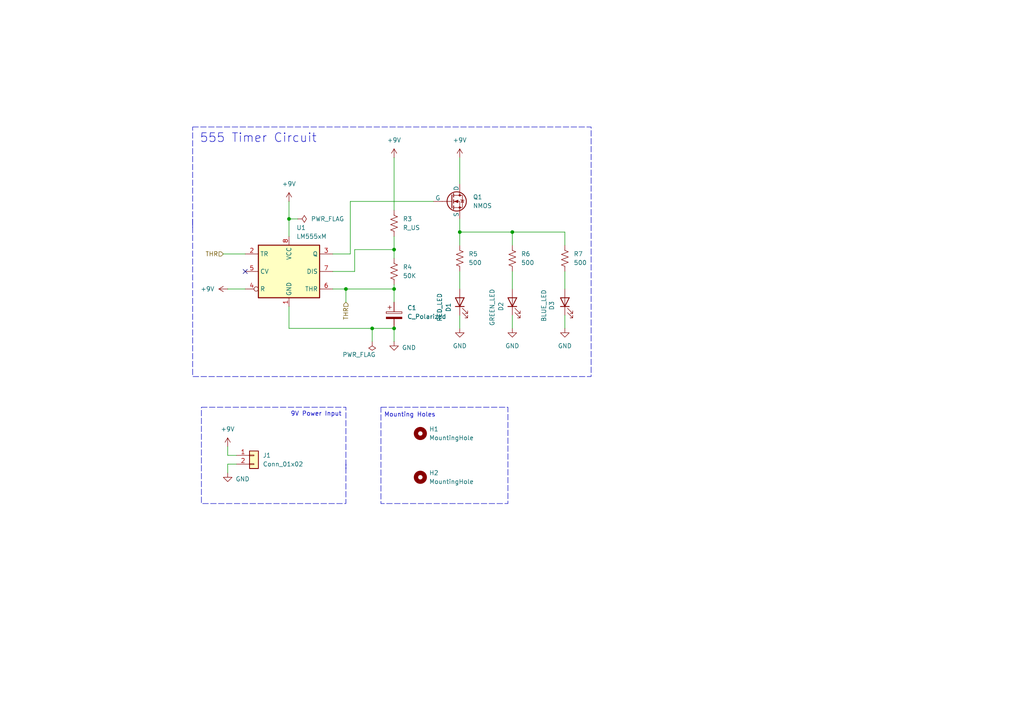
<source format=kicad_sch>
(kicad_sch
	(version 20250114)
	(generator "eeschema")
	(generator_version "9.0")
	(uuid "878f3a37-3417-488d-a883-f16e874cb573")
	(paper "A4")
	(lib_symbols
		(symbol "Connector_Generic:Conn_01x02"
			(pin_names
				(offset 1.016)
				(hide yes)
			)
			(exclude_from_sim no)
			(in_bom yes)
			(on_board yes)
			(property "Reference" "J"
				(at 0 2.54 0)
				(effects
					(font
						(size 1.27 1.27)
					)
				)
			)
			(property "Value" "Conn_01x02"
				(at 0 -5.08 0)
				(effects
					(font
						(size 1.27 1.27)
					)
				)
			)
			(property "Footprint" ""
				(at 0 0 0)
				(effects
					(font
						(size 1.27 1.27)
					)
					(hide yes)
				)
			)
			(property "Datasheet" "~"
				(at 0 0 0)
				(effects
					(font
						(size 1.27 1.27)
					)
					(hide yes)
				)
			)
			(property "Description" "Generic connector, single row, 01x02, script generated (kicad-library-utils/schlib/autogen/connector/)"
				(at 0 0 0)
				(effects
					(font
						(size 1.27 1.27)
					)
					(hide yes)
				)
			)
			(property "ki_keywords" "connector"
				(at 0 0 0)
				(effects
					(font
						(size 1.27 1.27)
					)
					(hide yes)
				)
			)
			(property "ki_fp_filters" "Connector*:*_1x??_*"
				(at 0 0 0)
				(effects
					(font
						(size 1.27 1.27)
					)
					(hide yes)
				)
			)
			(symbol "Conn_01x02_1_1"
				(rectangle
					(start -1.27 1.27)
					(end 1.27 -3.81)
					(stroke
						(width 0.254)
						(type default)
					)
					(fill
						(type background)
					)
				)
				(rectangle
					(start -1.27 0.127)
					(end 0 -0.127)
					(stroke
						(width 0.1524)
						(type default)
					)
					(fill
						(type none)
					)
				)
				(rectangle
					(start -1.27 -2.413)
					(end 0 -2.667)
					(stroke
						(width 0.1524)
						(type default)
					)
					(fill
						(type none)
					)
				)
				(pin passive line
					(at -5.08 0 0)
					(length 3.81)
					(name "Pin_1"
						(effects
							(font
								(size 1.27 1.27)
							)
						)
					)
					(number "1"
						(effects
							(font
								(size 1.27 1.27)
							)
						)
					)
				)
				(pin passive line
					(at -5.08 -2.54 0)
					(length 3.81)
					(name "Pin_2"
						(effects
							(font
								(size 1.27 1.27)
							)
						)
					)
					(number "2"
						(effects
							(font
								(size 1.27 1.27)
							)
						)
					)
				)
			)
			(embedded_fonts no)
		)
		(symbol "Device:C_Polarized"
			(pin_numbers
				(hide yes)
			)
			(pin_names
				(offset 0.254)
			)
			(exclude_from_sim no)
			(in_bom yes)
			(on_board yes)
			(property "Reference" "C"
				(at 0.635 2.54 0)
				(effects
					(font
						(size 1.27 1.27)
					)
					(justify left)
				)
			)
			(property "Value" "C_Polarized"
				(at 0.635 -2.54 0)
				(effects
					(font
						(size 1.27 1.27)
					)
					(justify left)
				)
			)
			(property "Footprint" ""
				(at 0.9652 -3.81 0)
				(effects
					(font
						(size 1.27 1.27)
					)
					(hide yes)
				)
			)
			(property "Datasheet" "~"
				(at 0 0 0)
				(effects
					(font
						(size 1.27 1.27)
					)
					(hide yes)
				)
			)
			(property "Description" "Polarized capacitor"
				(at 0 0 0)
				(effects
					(font
						(size 1.27 1.27)
					)
					(hide yes)
				)
			)
			(property "ki_keywords" "cap capacitor"
				(at 0 0 0)
				(effects
					(font
						(size 1.27 1.27)
					)
					(hide yes)
				)
			)
			(property "ki_fp_filters" "CP_*"
				(at 0 0 0)
				(effects
					(font
						(size 1.27 1.27)
					)
					(hide yes)
				)
			)
			(symbol "C_Polarized_0_1"
				(rectangle
					(start -2.286 0.508)
					(end 2.286 1.016)
					(stroke
						(width 0)
						(type default)
					)
					(fill
						(type none)
					)
				)
				(polyline
					(pts
						(xy -1.778 2.286) (xy -0.762 2.286)
					)
					(stroke
						(width 0)
						(type default)
					)
					(fill
						(type none)
					)
				)
				(polyline
					(pts
						(xy -1.27 2.794) (xy -1.27 1.778)
					)
					(stroke
						(width 0)
						(type default)
					)
					(fill
						(type none)
					)
				)
				(rectangle
					(start 2.286 -0.508)
					(end -2.286 -1.016)
					(stroke
						(width 0)
						(type default)
					)
					(fill
						(type outline)
					)
				)
			)
			(symbol "C_Polarized_1_1"
				(pin passive line
					(at 0 3.81 270)
					(length 2.794)
					(name "~"
						(effects
							(font
								(size 1.27 1.27)
							)
						)
					)
					(number "1"
						(effects
							(font
								(size 1.27 1.27)
							)
						)
					)
				)
				(pin passive line
					(at 0 -3.81 90)
					(length 2.794)
					(name "~"
						(effects
							(font
								(size 1.27 1.27)
							)
						)
					)
					(number "2"
						(effects
							(font
								(size 1.27 1.27)
							)
						)
					)
				)
			)
			(embedded_fonts no)
		)
		(symbol "Device:LED"
			(pin_numbers
				(hide yes)
			)
			(pin_names
				(offset 1.016)
				(hide yes)
			)
			(exclude_from_sim no)
			(in_bom yes)
			(on_board yes)
			(property "Reference" "D"
				(at 0 2.54 0)
				(effects
					(font
						(size 1.27 1.27)
					)
				)
			)
			(property "Value" "LED"
				(at 0 -2.54 0)
				(effects
					(font
						(size 1.27 1.27)
					)
				)
			)
			(property "Footprint" ""
				(at 0 0 0)
				(effects
					(font
						(size 1.27 1.27)
					)
					(hide yes)
				)
			)
			(property "Datasheet" "~"
				(at 0 0 0)
				(effects
					(font
						(size 1.27 1.27)
					)
					(hide yes)
				)
			)
			(property "Description" "Light emitting diode"
				(at 0 0 0)
				(effects
					(font
						(size 1.27 1.27)
					)
					(hide yes)
				)
			)
			(property "Sim.Pins" "1=K 2=A"
				(at 0 0 0)
				(effects
					(font
						(size 1.27 1.27)
					)
					(hide yes)
				)
			)
			(property "ki_keywords" "LED diode"
				(at 0 0 0)
				(effects
					(font
						(size 1.27 1.27)
					)
					(hide yes)
				)
			)
			(property "ki_fp_filters" "LED* LED_SMD:* LED_THT:*"
				(at 0 0 0)
				(effects
					(font
						(size 1.27 1.27)
					)
					(hide yes)
				)
			)
			(symbol "LED_0_1"
				(polyline
					(pts
						(xy -3.048 -0.762) (xy -4.572 -2.286) (xy -3.81 -2.286) (xy -4.572 -2.286) (xy -4.572 -1.524)
					)
					(stroke
						(width 0)
						(type default)
					)
					(fill
						(type none)
					)
				)
				(polyline
					(pts
						(xy -1.778 -0.762) (xy -3.302 -2.286) (xy -2.54 -2.286) (xy -3.302 -2.286) (xy -3.302 -1.524)
					)
					(stroke
						(width 0)
						(type default)
					)
					(fill
						(type none)
					)
				)
				(polyline
					(pts
						(xy -1.27 0) (xy 1.27 0)
					)
					(stroke
						(width 0)
						(type default)
					)
					(fill
						(type none)
					)
				)
				(polyline
					(pts
						(xy -1.27 -1.27) (xy -1.27 1.27)
					)
					(stroke
						(width 0.254)
						(type default)
					)
					(fill
						(type none)
					)
				)
				(polyline
					(pts
						(xy 1.27 -1.27) (xy 1.27 1.27) (xy -1.27 0) (xy 1.27 -1.27)
					)
					(stroke
						(width 0.254)
						(type default)
					)
					(fill
						(type none)
					)
				)
			)
			(symbol "LED_1_1"
				(pin passive line
					(at -3.81 0 0)
					(length 2.54)
					(name "K"
						(effects
							(font
								(size 1.27 1.27)
							)
						)
					)
					(number "1"
						(effects
							(font
								(size 1.27 1.27)
							)
						)
					)
				)
				(pin passive line
					(at 3.81 0 180)
					(length 2.54)
					(name "A"
						(effects
							(font
								(size 1.27 1.27)
							)
						)
					)
					(number "2"
						(effects
							(font
								(size 1.27 1.27)
							)
						)
					)
				)
			)
			(embedded_fonts no)
		)
		(symbol "Device:R_US"
			(pin_numbers
				(hide yes)
			)
			(pin_names
				(offset 0)
			)
			(exclude_from_sim no)
			(in_bom yes)
			(on_board yes)
			(property "Reference" "R"
				(at 2.54 0 90)
				(effects
					(font
						(size 1.27 1.27)
					)
				)
			)
			(property "Value" "R_US"
				(at -2.54 0 90)
				(effects
					(font
						(size 1.27 1.27)
					)
				)
			)
			(property "Footprint" ""
				(at 1.016 -0.254 90)
				(effects
					(font
						(size 1.27 1.27)
					)
					(hide yes)
				)
			)
			(property "Datasheet" "~"
				(at 0 0 0)
				(effects
					(font
						(size 1.27 1.27)
					)
					(hide yes)
				)
			)
			(property "Description" "Resistor, US symbol"
				(at 0 0 0)
				(effects
					(font
						(size 1.27 1.27)
					)
					(hide yes)
				)
			)
			(property "ki_keywords" "R res resistor"
				(at 0 0 0)
				(effects
					(font
						(size 1.27 1.27)
					)
					(hide yes)
				)
			)
			(property "ki_fp_filters" "R_*"
				(at 0 0 0)
				(effects
					(font
						(size 1.27 1.27)
					)
					(hide yes)
				)
			)
			(symbol "R_US_0_1"
				(polyline
					(pts
						(xy 0 2.286) (xy 0 2.54)
					)
					(stroke
						(width 0)
						(type default)
					)
					(fill
						(type none)
					)
				)
				(polyline
					(pts
						(xy 0 2.286) (xy 1.016 1.905) (xy 0 1.524) (xy -1.016 1.143) (xy 0 0.762)
					)
					(stroke
						(width 0)
						(type default)
					)
					(fill
						(type none)
					)
				)
				(polyline
					(pts
						(xy 0 0.762) (xy 1.016 0.381) (xy 0 0) (xy -1.016 -0.381) (xy 0 -0.762)
					)
					(stroke
						(width 0)
						(type default)
					)
					(fill
						(type none)
					)
				)
				(polyline
					(pts
						(xy 0 -0.762) (xy 1.016 -1.143) (xy 0 -1.524) (xy -1.016 -1.905) (xy 0 -2.286)
					)
					(stroke
						(width 0)
						(type default)
					)
					(fill
						(type none)
					)
				)
				(polyline
					(pts
						(xy 0 -2.286) (xy 0 -2.54)
					)
					(stroke
						(width 0)
						(type default)
					)
					(fill
						(type none)
					)
				)
			)
			(symbol "R_US_1_1"
				(pin passive line
					(at 0 3.81 270)
					(length 1.27)
					(name "~"
						(effects
							(font
								(size 1.27 1.27)
							)
						)
					)
					(number "1"
						(effects
							(font
								(size 1.27 1.27)
							)
						)
					)
				)
				(pin passive line
					(at 0 -3.81 90)
					(length 1.27)
					(name "~"
						(effects
							(font
								(size 1.27 1.27)
							)
						)
					)
					(number "2"
						(effects
							(font
								(size 1.27 1.27)
							)
						)
					)
				)
			)
			(embedded_fonts no)
		)
		(symbol "Mechanical:MountingHole"
			(pin_names
				(offset 1.016)
			)
			(exclude_from_sim no)
			(in_bom no)
			(on_board yes)
			(property "Reference" "H"
				(at 0 5.08 0)
				(effects
					(font
						(size 1.27 1.27)
					)
				)
			)
			(property "Value" "MountingHole"
				(at 0 3.175 0)
				(effects
					(font
						(size 1.27 1.27)
					)
				)
			)
			(property "Footprint" ""
				(at 0 0 0)
				(effects
					(font
						(size 1.27 1.27)
					)
					(hide yes)
				)
			)
			(property "Datasheet" "~"
				(at 0 0 0)
				(effects
					(font
						(size 1.27 1.27)
					)
					(hide yes)
				)
			)
			(property "Description" "Mounting Hole without connection"
				(at 0 0 0)
				(effects
					(font
						(size 1.27 1.27)
					)
					(hide yes)
				)
			)
			(property "ki_keywords" "mounting hole"
				(at 0 0 0)
				(effects
					(font
						(size 1.27 1.27)
					)
					(hide yes)
				)
			)
			(property "ki_fp_filters" "MountingHole*"
				(at 0 0 0)
				(effects
					(font
						(size 1.27 1.27)
					)
					(hide yes)
				)
			)
			(symbol "MountingHole_0_1"
				(circle
					(center 0 0)
					(radius 1.27)
					(stroke
						(width 1.27)
						(type default)
					)
					(fill
						(type none)
					)
				)
			)
			(embedded_fonts no)
		)
		(symbol "Simulation_SPICE:NMOS"
			(pin_numbers
				(hide yes)
			)
			(pin_names
				(offset 0)
			)
			(exclude_from_sim no)
			(in_bom yes)
			(on_board yes)
			(property "Reference" "Q"
				(at 5.08 1.27 0)
				(effects
					(font
						(size 1.27 1.27)
					)
					(justify left)
				)
			)
			(property "Value" "NMOS"
				(at 5.08 -1.27 0)
				(effects
					(font
						(size 1.27 1.27)
					)
					(justify left)
				)
			)
			(property "Footprint" ""
				(at 5.08 2.54 0)
				(effects
					(font
						(size 1.27 1.27)
					)
					(hide yes)
				)
			)
			(property "Datasheet" "https://ngspice.sourceforge.io/docs/ngspice-html-manual/manual.xhtml#cha_MOSFETs"
				(at 0 -12.7 0)
				(effects
					(font
						(size 1.27 1.27)
					)
					(hide yes)
				)
			)
			(property "Description" "N-MOSFET transistor, drain/source/gate"
				(at 0 0 0)
				(effects
					(font
						(size 1.27 1.27)
					)
					(hide yes)
				)
			)
			(property "Sim.Device" "NMOS"
				(at 0 -17.145 0)
				(effects
					(font
						(size 1.27 1.27)
					)
					(hide yes)
				)
			)
			(property "Sim.Type" "VDMOS"
				(at 0 -19.05 0)
				(effects
					(font
						(size 1.27 1.27)
					)
					(hide yes)
				)
			)
			(property "Sim.Pins" "1=D 2=G 3=S"
				(at 0 -15.24 0)
				(effects
					(font
						(size 1.27 1.27)
					)
					(hide yes)
				)
			)
			(property "ki_keywords" "transistor NMOS N-MOS N-MOSFET simulation"
				(at 0 0 0)
				(effects
					(font
						(size 1.27 1.27)
					)
					(hide yes)
				)
			)
			(symbol "NMOS_0_1"
				(polyline
					(pts
						(xy 0.254 1.905) (xy 0.254 -1.905)
					)
					(stroke
						(width 0.254)
						(type default)
					)
					(fill
						(type none)
					)
				)
				(polyline
					(pts
						(xy 0.254 0) (xy -2.54 0)
					)
					(stroke
						(width 0)
						(type default)
					)
					(fill
						(type none)
					)
				)
				(polyline
					(pts
						(xy 0.762 2.286) (xy 0.762 1.27)
					)
					(stroke
						(width 0.254)
						(type default)
					)
					(fill
						(type none)
					)
				)
				(polyline
					(pts
						(xy 0.762 0.508) (xy 0.762 -0.508)
					)
					(stroke
						(width 0.254)
						(type default)
					)
					(fill
						(type none)
					)
				)
				(polyline
					(pts
						(xy 0.762 -1.27) (xy 0.762 -2.286)
					)
					(stroke
						(width 0.254)
						(type default)
					)
					(fill
						(type none)
					)
				)
				(polyline
					(pts
						(xy 0.762 -1.778) (xy 3.302 -1.778) (xy 3.302 1.778) (xy 0.762 1.778)
					)
					(stroke
						(width 0)
						(type default)
					)
					(fill
						(type none)
					)
				)
				(polyline
					(pts
						(xy 1.016 0) (xy 2.032 0.381) (xy 2.032 -0.381) (xy 1.016 0)
					)
					(stroke
						(width 0)
						(type default)
					)
					(fill
						(type outline)
					)
				)
				(circle
					(center 1.651 0)
					(radius 2.794)
					(stroke
						(width 0.254)
						(type default)
					)
					(fill
						(type none)
					)
				)
				(polyline
					(pts
						(xy 2.54 2.54) (xy 2.54 1.778)
					)
					(stroke
						(width 0)
						(type default)
					)
					(fill
						(type none)
					)
				)
				(circle
					(center 2.54 1.778)
					(radius 0.254)
					(stroke
						(width 0)
						(type default)
					)
					(fill
						(type outline)
					)
				)
				(circle
					(center 2.54 -1.778)
					(radius 0.254)
					(stroke
						(width 0)
						(type default)
					)
					(fill
						(type outline)
					)
				)
				(polyline
					(pts
						(xy 2.54 -2.54) (xy 2.54 0) (xy 0.762 0)
					)
					(stroke
						(width 0)
						(type default)
					)
					(fill
						(type none)
					)
				)
				(polyline
					(pts
						(xy 2.794 0.508) (xy 2.921 0.381) (xy 3.683 0.381) (xy 3.81 0.254)
					)
					(stroke
						(width 0)
						(type default)
					)
					(fill
						(type none)
					)
				)
				(polyline
					(pts
						(xy 3.302 0.381) (xy 2.921 -0.254) (xy 3.683 -0.254) (xy 3.302 0.381)
					)
					(stroke
						(width 0)
						(type default)
					)
					(fill
						(type none)
					)
				)
			)
			(symbol "NMOS_1_1"
				(pin input line
					(at -5.08 0 0)
					(length 2.54)
					(name "G"
						(effects
							(font
								(size 1.27 1.27)
							)
						)
					)
					(number "2"
						(effects
							(font
								(size 1.27 1.27)
							)
						)
					)
				)
				(pin passive line
					(at 2.54 5.08 270)
					(length 2.54)
					(name "D"
						(effects
							(font
								(size 1.27 1.27)
							)
						)
					)
					(number "1"
						(effects
							(font
								(size 1.27 1.27)
							)
						)
					)
				)
				(pin passive line
					(at 2.54 -5.08 90)
					(length 2.54)
					(name "S"
						(effects
							(font
								(size 1.27 1.27)
							)
						)
					)
					(number "3"
						(effects
							(font
								(size 1.27 1.27)
							)
						)
					)
				)
			)
			(embedded_fonts no)
		)
		(symbol "Timer:LM555xM"
			(exclude_from_sim no)
			(in_bom yes)
			(on_board yes)
			(property "Reference" "U"
				(at -10.16 8.89 0)
				(effects
					(font
						(size 1.27 1.27)
					)
					(justify left)
				)
			)
			(property "Value" "LM555xM"
				(at 2.54 8.89 0)
				(effects
					(font
						(size 1.27 1.27)
					)
					(justify left)
				)
			)
			(property "Footprint" "Package_SO:SOIC-8_3.9x4.9mm_P1.27mm"
				(at 21.59 -10.16 0)
				(effects
					(font
						(size 1.27 1.27)
					)
					(hide yes)
				)
			)
			(property "Datasheet" "http://www.ti.com/lit/ds/symlink/lm555.pdf"
				(at 21.59 -10.16 0)
				(effects
					(font
						(size 1.27 1.27)
					)
					(hide yes)
				)
			)
			(property "Description" "Timer, 555 compatible, SOIC-8"
				(at 0 0 0)
				(effects
					(font
						(size 1.27 1.27)
					)
					(hide yes)
				)
			)
			(property "ki_keywords" "single timer 555"
				(at 0 0 0)
				(effects
					(font
						(size 1.27 1.27)
					)
					(hide yes)
				)
			)
			(property "ki_fp_filters" "SOIC*3.9x4.9mm*P1.27mm*"
				(at 0 0 0)
				(effects
					(font
						(size 1.27 1.27)
					)
					(hide yes)
				)
			)
			(symbol "LM555xM_0_0"
				(pin power_in line
					(at 0 10.16 270)
					(length 2.54)
					(name "VCC"
						(effects
							(font
								(size 1.27 1.27)
							)
						)
					)
					(number "8"
						(effects
							(font
								(size 1.27 1.27)
							)
						)
					)
				)
				(pin power_in line
					(at 0 -10.16 90)
					(length 2.54)
					(name "GND"
						(effects
							(font
								(size 1.27 1.27)
							)
						)
					)
					(number "1"
						(effects
							(font
								(size 1.27 1.27)
							)
						)
					)
				)
			)
			(symbol "LM555xM_0_1"
				(rectangle
					(start -8.89 -7.62)
					(end 8.89 7.62)
					(stroke
						(width 0.254)
						(type default)
					)
					(fill
						(type background)
					)
				)
				(rectangle
					(start -8.89 -7.62)
					(end 8.89 7.62)
					(stroke
						(width 0.254)
						(type default)
					)
					(fill
						(type background)
					)
				)
			)
			(symbol "LM555xM_1_1"
				(pin input line
					(at -12.7 5.08 0)
					(length 3.81)
					(name "TR"
						(effects
							(font
								(size 1.27 1.27)
							)
						)
					)
					(number "2"
						(effects
							(font
								(size 1.27 1.27)
							)
						)
					)
				)
				(pin input line
					(at -12.7 0 0)
					(length 3.81)
					(name "CV"
						(effects
							(font
								(size 1.27 1.27)
							)
						)
					)
					(number "5"
						(effects
							(font
								(size 1.27 1.27)
							)
						)
					)
				)
				(pin input inverted
					(at -12.7 -5.08 0)
					(length 3.81)
					(name "R"
						(effects
							(font
								(size 1.27 1.27)
							)
						)
					)
					(number "4"
						(effects
							(font
								(size 1.27 1.27)
							)
						)
					)
				)
				(pin output line
					(at 12.7 5.08 180)
					(length 3.81)
					(name "Q"
						(effects
							(font
								(size 1.27 1.27)
							)
						)
					)
					(number "3"
						(effects
							(font
								(size 1.27 1.27)
							)
						)
					)
				)
				(pin input line
					(at 12.7 0 180)
					(length 3.81)
					(name "DIS"
						(effects
							(font
								(size 1.27 1.27)
							)
						)
					)
					(number "7"
						(effects
							(font
								(size 1.27 1.27)
							)
						)
					)
				)
				(pin input line
					(at 12.7 -5.08 180)
					(length 3.81)
					(name "THR"
						(effects
							(font
								(size 1.27 1.27)
							)
						)
					)
					(number "6"
						(effects
							(font
								(size 1.27 1.27)
							)
						)
					)
				)
			)
			(embedded_fonts no)
		)
		(symbol "power:+9V"
			(power)
			(pin_numbers
				(hide yes)
			)
			(pin_names
				(offset 0)
				(hide yes)
			)
			(exclude_from_sim no)
			(in_bom yes)
			(on_board yes)
			(property "Reference" "#PWR"
				(at 0 -3.81 0)
				(effects
					(font
						(size 1.27 1.27)
					)
					(hide yes)
				)
			)
			(property "Value" "+9V"
				(at 0 3.556 0)
				(effects
					(font
						(size 1.27 1.27)
					)
				)
			)
			(property "Footprint" ""
				(at 0 0 0)
				(effects
					(font
						(size 1.27 1.27)
					)
					(hide yes)
				)
			)
			(property "Datasheet" ""
				(at 0 0 0)
				(effects
					(font
						(size 1.27 1.27)
					)
					(hide yes)
				)
			)
			(property "Description" "Power symbol creates a global label with name \"+9V\""
				(at 0 0 0)
				(effects
					(font
						(size 1.27 1.27)
					)
					(hide yes)
				)
			)
			(property "ki_keywords" "global power"
				(at 0 0 0)
				(effects
					(font
						(size 1.27 1.27)
					)
					(hide yes)
				)
			)
			(symbol "+9V_0_1"
				(polyline
					(pts
						(xy -0.762 1.27) (xy 0 2.54)
					)
					(stroke
						(width 0)
						(type default)
					)
					(fill
						(type none)
					)
				)
				(polyline
					(pts
						(xy 0 2.54) (xy 0.762 1.27)
					)
					(stroke
						(width 0)
						(type default)
					)
					(fill
						(type none)
					)
				)
				(polyline
					(pts
						(xy 0 0) (xy 0 2.54)
					)
					(stroke
						(width 0)
						(type default)
					)
					(fill
						(type none)
					)
				)
			)
			(symbol "+9V_1_1"
				(pin power_in line
					(at 0 0 90)
					(length 0)
					(name "~"
						(effects
							(font
								(size 1.27 1.27)
							)
						)
					)
					(number "1"
						(effects
							(font
								(size 1.27 1.27)
							)
						)
					)
				)
			)
			(embedded_fonts no)
		)
		(symbol "power:GND"
			(power)
			(pin_numbers
				(hide yes)
			)
			(pin_names
				(offset 0)
				(hide yes)
			)
			(exclude_from_sim no)
			(in_bom yes)
			(on_board yes)
			(property "Reference" "#PWR"
				(at 0 -6.35 0)
				(effects
					(font
						(size 1.27 1.27)
					)
					(hide yes)
				)
			)
			(property "Value" "GND"
				(at 0 -3.81 0)
				(effects
					(font
						(size 1.27 1.27)
					)
				)
			)
			(property "Footprint" ""
				(at 0 0 0)
				(effects
					(font
						(size 1.27 1.27)
					)
					(hide yes)
				)
			)
			(property "Datasheet" ""
				(at 0 0 0)
				(effects
					(font
						(size 1.27 1.27)
					)
					(hide yes)
				)
			)
			(property "Description" "Power symbol creates a global label with name \"GND\" , ground"
				(at 0 0 0)
				(effects
					(font
						(size 1.27 1.27)
					)
					(hide yes)
				)
			)
			(property "ki_keywords" "global power"
				(at 0 0 0)
				(effects
					(font
						(size 1.27 1.27)
					)
					(hide yes)
				)
			)
			(symbol "GND_0_1"
				(polyline
					(pts
						(xy 0 0) (xy 0 -1.27) (xy 1.27 -1.27) (xy 0 -2.54) (xy -1.27 -1.27) (xy 0 -1.27)
					)
					(stroke
						(width 0)
						(type default)
					)
					(fill
						(type none)
					)
				)
			)
			(symbol "GND_1_1"
				(pin power_in line
					(at 0 0 270)
					(length 0)
					(name "~"
						(effects
							(font
								(size 1.27 1.27)
							)
						)
					)
					(number "1"
						(effects
							(font
								(size 1.27 1.27)
							)
						)
					)
				)
			)
			(embedded_fonts no)
		)
		(symbol "power:PWR_FLAG"
			(power)
			(pin_numbers
				(hide yes)
			)
			(pin_names
				(offset 0)
				(hide yes)
			)
			(exclude_from_sim no)
			(in_bom yes)
			(on_board yes)
			(property "Reference" "#FLG"
				(at 0 1.905 0)
				(effects
					(font
						(size 1.27 1.27)
					)
					(hide yes)
				)
			)
			(property "Value" "PWR_FLAG"
				(at 0 3.81 0)
				(effects
					(font
						(size 1.27 1.27)
					)
				)
			)
			(property "Footprint" ""
				(at 0 0 0)
				(effects
					(font
						(size 1.27 1.27)
					)
					(hide yes)
				)
			)
			(property "Datasheet" "~"
				(at 0 0 0)
				(effects
					(font
						(size 1.27 1.27)
					)
					(hide yes)
				)
			)
			(property "Description" "Special symbol for telling ERC where power comes from"
				(at 0 0 0)
				(effects
					(font
						(size 1.27 1.27)
					)
					(hide yes)
				)
			)
			(property "ki_keywords" "flag power"
				(at 0 0 0)
				(effects
					(font
						(size 1.27 1.27)
					)
					(hide yes)
				)
			)
			(symbol "PWR_FLAG_0_0"
				(pin power_out line
					(at 0 0 90)
					(length 0)
					(name "~"
						(effects
							(font
								(size 1.27 1.27)
							)
						)
					)
					(number "1"
						(effects
							(font
								(size 1.27 1.27)
							)
						)
					)
				)
			)
			(symbol "PWR_FLAG_0_1"
				(polyline
					(pts
						(xy 0 0) (xy 0 1.27) (xy -1.016 1.905) (xy 0 2.54) (xy 1.016 1.905) (xy 0 1.27)
					)
					(stroke
						(width 0)
						(type default)
					)
					(fill
						(type none)
					)
				)
			)
			(embedded_fonts no)
		)
	)
	(rectangle
		(start 55.88 63.5)
		(end 55.88 66.04)
		(stroke
			(width 0)
			(type default)
		)
		(fill
			(type none)
		)
		(uuid 0ab1e7f6-9dab-4dcc-829f-894bb44fca5a)
	)
	(rectangle
		(start 110.49 118.11)
		(end 147.32 146.05)
		(stroke
			(width 0)
			(type dash)
		)
		(fill
			(type none)
		)
		(uuid 27d3a0ec-44b0-451d-a2fa-614f14260c33)
	)
	(rectangle
		(start 55.88 36.83)
		(end 171.45 109.22)
		(stroke
			(width 0)
			(type dash)
		)
		(fill
			(type none)
		)
		(uuid 4f9b1e7f-dac9-4590-a368-a0b81ca49879)
	)
	(rectangle
		(start 100.33 135.89)
		(end 100.33 135.89)
		(stroke
			(width 0)
			(type default)
		)
		(fill
			(type none)
		)
		(uuid 66176d23-cc94-4f05-964c-bffe11cc7dc9)
	)
	(rectangle
		(start 58.42 118.11)
		(end 100.33 146.05)
		(stroke
			(width 0)
			(type dash)
		)
		(fill
			(type none)
		)
		(uuid ba6da0d4-003d-406d-b528-a828acb6bde2)
	)
	(rectangle
		(start 100.33 134.62)
		(end 100.33 135.89)
		(stroke
			(width 0)
			(type default)
		)
		(fill
			(type none)
		)
		(uuid ecd54534-21ee-4e8c-a3c1-7275eaa68e7d)
	)
	(text "9V Power Input\n"
		(exclude_from_sim no)
		(at 91.694 120.142 0)
		(effects
			(font
				(size 1.27 1.27)
			)
		)
		(uuid "36ca5ebc-18d1-4b47-89c9-f336aca400f0")
	)
	(text "555 Timer Circuit\n"
		(exclude_from_sim no)
		(at 74.93 40.132 0)
		(effects
			(font
				(size 2.54 2.54)
			)
		)
		(uuid "69bea3db-616d-4e8b-b6ea-207f1fb70206")
	)
	(text "Mounting Holes"
		(exclude_from_sim no)
		(at 118.872 120.396 0)
		(effects
			(font
				(size 1.27 1.27)
			)
		)
		(uuid "eec17d4a-56bb-45d0-a3e4-2a3c51f5447e")
	)
	(junction
		(at 114.3 83.82)
		(diameter 0)
		(color 0 0 0 0)
		(uuid "2e975a25-b93d-4fbc-8799-d683515f1843")
	)
	(junction
		(at 83.82 63.5)
		(diameter 0)
		(color 0 0 0 0)
		(uuid "3e9be3ee-478e-44eb-9a0a-3115dab0c446")
	)
	(junction
		(at 114.3 72.39)
		(diameter 0)
		(color 0 0 0 0)
		(uuid "5d2798df-be55-4f1f-8fba-daf017aa4485")
	)
	(junction
		(at 148.59 67.31)
		(diameter 0)
		(color 0 0 0 0)
		(uuid "8fa830f5-265f-4a17-9eb0-fb86f9535c1e")
	)
	(junction
		(at 114.3 95.25)
		(diameter 0)
		(color 0 0 0 0)
		(uuid "c214896b-9f98-46c4-aeff-9f90ee8bc71d")
	)
	(junction
		(at 107.95 95.25)
		(diameter 0)
		(color 0 0 0 0)
		(uuid "d2de6418-06d8-43b2-9269-f841204f4ab7")
	)
	(junction
		(at 133.35 67.31)
		(diameter 0)
		(color 0 0 0 0)
		(uuid "fb498939-fafb-4875-90cf-4e596518b289")
	)
	(junction
		(at 100.33 83.82)
		(diameter 0)
		(color 0 0 0 0)
		(uuid "fdb34c23-e519-49be-8e71-be0c2f636730")
	)
	(no_connect
		(at 71.12 78.74)
		(uuid "27b9915a-6d7a-4690-986e-d01e0961d65a")
	)
	(wire
		(pts
			(xy 114.3 68.58) (xy 114.3 72.39)
		)
		(stroke
			(width 0)
			(type default)
		)
		(uuid "0153718d-93c1-452b-b937-5adbcfa8448f")
	)
	(wire
		(pts
			(xy 114.3 72.39) (xy 114.3 74.93)
		)
		(stroke
			(width 0)
			(type default)
		)
		(uuid "0440edda-e1d8-4701-9e89-d0b199888691")
	)
	(wire
		(pts
			(xy 148.59 78.74) (xy 148.59 83.82)
		)
		(stroke
			(width 0)
			(type default)
		)
		(uuid "055e54ba-5664-47f5-b0fc-6183f3a9043d")
	)
	(wire
		(pts
			(xy 148.59 67.31) (xy 163.83 67.31)
		)
		(stroke
			(width 0)
			(type default)
		)
		(uuid "11e8fca9-74a7-448e-8588-e9d048e4ae0d")
	)
	(wire
		(pts
			(xy 102.87 72.39) (xy 114.3 72.39)
		)
		(stroke
			(width 0)
			(type default)
		)
		(uuid "13ed7c2c-25d0-40b7-9eb0-88c5bc7384d1")
	)
	(wire
		(pts
			(xy 148.59 91.44) (xy 148.59 95.25)
		)
		(stroke
			(width 0)
			(type default)
		)
		(uuid "1b9711e5-fed4-4db3-9ff0-140a03d9279a")
	)
	(wire
		(pts
			(xy 100.33 87.63) (xy 100.33 83.82)
		)
		(stroke
			(width 0)
			(type default)
		)
		(uuid "20ac3109-1f50-4cb8-b5dc-c4d8febd26bc")
	)
	(wire
		(pts
			(xy 133.35 67.31) (xy 148.59 67.31)
		)
		(stroke
			(width 0)
			(type default)
		)
		(uuid "2222b8fa-59f0-42d0-b15a-0421be7554c8")
	)
	(wire
		(pts
			(xy 86.36 63.5) (xy 83.82 63.5)
		)
		(stroke
			(width 0)
			(type default)
		)
		(uuid "2ca3047c-839d-471c-80f6-7a8c6968d529")
	)
	(wire
		(pts
			(xy 101.6 58.42) (xy 101.6 73.66)
		)
		(stroke
			(width 0)
			(type default)
		)
		(uuid "2e4661ef-ffd4-4ba9-b063-1f440ea89986")
	)
	(wire
		(pts
			(xy 83.82 88.9) (xy 83.82 95.25)
		)
		(stroke
			(width 0)
			(type default)
		)
		(uuid "3a1cf092-e9a1-4457-9e5c-739faa154033")
	)
	(wire
		(pts
			(xy 114.3 82.55) (xy 114.3 83.82)
		)
		(stroke
			(width 0)
			(type default)
		)
		(uuid "422bfc24-24d2-4e55-a59f-0df1485f8e73")
	)
	(wire
		(pts
			(xy 96.52 83.82) (xy 100.33 83.82)
		)
		(stroke
			(width 0)
			(type default)
		)
		(uuid "47328c74-2709-45f5-8d35-5724f069b5d8")
	)
	(wire
		(pts
			(xy 133.35 71.12) (xy 133.35 67.31)
		)
		(stroke
			(width 0)
			(type default)
		)
		(uuid "474bfba7-166a-4a6d-8290-f9413a017c1c")
	)
	(wire
		(pts
			(xy 66.04 134.62) (xy 68.58 134.62)
		)
		(stroke
			(width 0)
			(type default)
		)
		(uuid "4ac05a79-3598-4361-b753-af6d1281a8a9")
	)
	(wire
		(pts
			(xy 163.83 78.74) (xy 163.83 83.82)
		)
		(stroke
			(width 0)
			(type default)
		)
		(uuid "4c4e2ad7-6a36-4d49-b92b-805927dce501")
	)
	(wire
		(pts
			(xy 163.83 91.44) (xy 163.83 95.25)
		)
		(stroke
			(width 0)
			(type default)
		)
		(uuid "502df731-6a0d-4bfe-82b5-1d8145dcf9b9")
	)
	(wire
		(pts
			(xy 100.33 83.82) (xy 114.3 83.82)
		)
		(stroke
			(width 0)
			(type default)
		)
		(uuid "5356df9b-7421-43d7-ab64-65e4be755eb3")
	)
	(wire
		(pts
			(xy 102.87 78.74) (xy 102.87 72.39)
		)
		(stroke
			(width 0)
			(type default)
		)
		(uuid "54851820-6e02-4962-ae2e-c170255f6172")
	)
	(wire
		(pts
			(xy 107.95 95.25) (xy 114.3 95.25)
		)
		(stroke
			(width 0)
			(type default)
		)
		(uuid "57400fec-c5c8-4656-b776-51e10a063281")
	)
	(wire
		(pts
			(xy 64.77 73.66) (xy 71.12 73.66)
		)
		(stroke
			(width 0)
			(type default)
		)
		(uuid "59b28a67-362c-4b7f-ac65-e244ea67db95")
	)
	(wire
		(pts
			(xy 114.3 99.06) (xy 114.3 95.25)
		)
		(stroke
			(width 0)
			(type default)
		)
		(uuid "5dfeed74-709f-479f-bf93-5c240680d701")
	)
	(wire
		(pts
			(xy 83.82 95.25) (xy 107.95 95.25)
		)
		(stroke
			(width 0)
			(type default)
		)
		(uuid "7b9c3e03-9fa7-4dc9-9626-250941b3707c")
	)
	(wire
		(pts
			(xy 163.83 67.31) (xy 163.83 71.12)
		)
		(stroke
			(width 0)
			(type default)
		)
		(uuid "7d967ad5-7c5c-4949-b207-10df3baed577")
	)
	(wire
		(pts
			(xy 71.12 83.82) (xy 66.04 83.82)
		)
		(stroke
			(width 0)
			(type default)
		)
		(uuid "8a4c1df9-6261-425d-8e26-d7f873bd5e82")
	)
	(wire
		(pts
			(xy 68.58 132.08) (xy 66.04 132.08)
		)
		(stroke
			(width 0)
			(type default)
		)
		(uuid "8ce028e4-d5ca-46f4-9e70-1682ec866b0a")
	)
	(wire
		(pts
			(xy 133.35 67.31) (xy 133.35 63.5)
		)
		(stroke
			(width 0)
			(type default)
		)
		(uuid "8fc1253a-47c6-49e0-83ad-2173dd36841e")
	)
	(wire
		(pts
			(xy 133.35 45.72) (xy 133.35 53.34)
		)
		(stroke
			(width 0)
			(type default)
		)
		(uuid "92ca14b9-4b06-410b-a1d0-31b25e602869")
	)
	(wire
		(pts
			(xy 107.95 99.06) (xy 107.95 95.25)
		)
		(stroke
			(width 0)
			(type default)
		)
		(uuid "9883c7a8-ac52-48c3-99dc-95713e02422e")
	)
	(wire
		(pts
			(xy 96.52 78.74) (xy 102.87 78.74)
		)
		(stroke
			(width 0)
			(type default)
		)
		(uuid "a082c434-ebef-46c7-88d2-02dfdc8a5f5d")
	)
	(wire
		(pts
			(xy 101.6 73.66) (xy 96.52 73.66)
		)
		(stroke
			(width 0)
			(type default)
		)
		(uuid "a3bc0eb7-dd3d-47c4-8e9a-41aeb96fd72b")
	)
	(wire
		(pts
			(xy 133.35 91.44) (xy 133.35 95.25)
		)
		(stroke
			(width 0)
			(type default)
		)
		(uuid "ae9149cf-2f61-492f-a34b-fd7778553f66")
	)
	(wire
		(pts
			(xy 66.04 132.08) (xy 66.04 129.54)
		)
		(stroke
			(width 0)
			(type default)
		)
		(uuid "b18aa148-ac25-4dd9-8f90-fd563426b67e")
	)
	(wire
		(pts
			(xy 83.82 63.5) (xy 83.82 68.58)
		)
		(stroke
			(width 0)
			(type default)
		)
		(uuid "b4d4445d-9338-43eb-9440-2f3fdc42316c")
	)
	(wire
		(pts
			(xy 83.82 58.42) (xy 83.82 63.5)
		)
		(stroke
			(width 0)
			(type default)
		)
		(uuid "bcba1432-9cb1-408a-9205-eea266510502")
	)
	(wire
		(pts
			(xy 101.6 58.42) (xy 125.73 58.42)
		)
		(stroke
			(width 0)
			(type default)
		)
		(uuid "c3627a1f-d34e-4e87-bf2a-62daf47f8711")
	)
	(wire
		(pts
			(xy 133.35 78.74) (xy 133.35 83.82)
		)
		(stroke
			(width 0)
			(type default)
		)
		(uuid "c4c6fa89-f8d5-40df-bd6a-8edb335839c0")
	)
	(wire
		(pts
			(xy 114.3 87.63) (xy 114.3 83.82)
		)
		(stroke
			(width 0)
			(type default)
		)
		(uuid "c9db7753-1495-499b-8712-fa9cf3460467")
	)
	(wire
		(pts
			(xy 66.04 137.16) (xy 66.04 134.62)
		)
		(stroke
			(width 0)
			(type default)
		)
		(uuid "cb85f7cc-14ad-4bec-b039-261194fa4a62")
	)
	(wire
		(pts
			(xy 114.3 45.72) (xy 114.3 60.96)
		)
		(stroke
			(width 0)
			(type default)
		)
		(uuid "eba93bd0-4e3d-44b7-933f-0826aeea86d3")
	)
	(wire
		(pts
			(xy 148.59 67.31) (xy 148.59 71.12)
		)
		(stroke
			(width 0)
			(type default)
		)
		(uuid "f1fc8dd6-e17c-42fa-be65-9962a669785b")
	)
	(hierarchical_label "THR"
		(shape input)
		(at 64.77 73.66 180)
		(effects
			(font
				(size 1.27 1.27)
			)
			(justify right)
		)
		(uuid "03ee8930-1a2a-4fe5-a40c-1c7377b11899")
	)
	(hierarchical_label "THR"
		(shape input)
		(at 100.33 87.63 270)
		(effects
			(font
				(size 1.27 1.27)
			)
			(justify right)
		)
		(uuid "0b8c4811-a238-4724-9fe5-ffc79dfcf472")
	)
	(symbol
		(lib_id "Device:R_US")
		(at 114.3 64.77 0)
		(unit 1)
		(exclude_from_sim no)
		(in_bom yes)
		(on_board yes)
		(dnp no)
		(uuid "12c81e29-a702-4b2b-9012-950437fdd150")
		(property "Reference" "R3"
			(at 116.84 63.4999 0)
			(effects
				(font
					(size 1.27 1.27)
				)
				(justify left)
			)
		)
		(property "Value" "R_US"
			(at 116.84 66.0399 0)
			(effects
				(font
					(size 1.27 1.27)
				)
				(justify left)
			)
		)
		(property "Footprint" "Resistor_THT:R_Axial_DIN0309_L9.0mm_D3.2mm_P12.70mm_Horizontal"
			(at 115.316 65.024 90)
			(effects
				(font
					(size 1.27 1.27)
				)
				(hide yes)
			)
		)
		(property "Datasheet" "~"
			(at 114.3 64.77 0)
			(effects
				(font
					(size 1.27 1.27)
				)
				(hide yes)
			)
		)
		(property "Description" "Resistor, US symbol"
			(at 114.3 64.77 0)
			(effects
				(font
					(size 1.27 1.27)
				)
				(hide yes)
			)
		)
		(pin "1"
			(uuid "958fa7a1-c5d6-4c23-8c53-9b3e4f49c2fa")
		)
		(pin "2"
			(uuid "915ead0e-2bc1-410e-aada-eb92d490cf32")
		)
		(instances
			(project ""
				(path "/878f3a37-3417-488d-a883-f16e874cb573"
					(reference "R3")
					(unit 1)
				)
			)
		)
	)
	(symbol
		(lib_id "power:+9V")
		(at 66.04 129.54 0)
		(unit 1)
		(exclude_from_sim no)
		(in_bom yes)
		(on_board yes)
		(dnp no)
		(fields_autoplaced yes)
		(uuid "1cfbfc48-5639-4693-9376-cf7c1f82ff35")
		(property "Reference" "#PWR010"
			(at 66.04 133.35 0)
			(effects
				(font
					(size 1.27 1.27)
				)
				(hide yes)
			)
		)
		(property "Value" "+9V"
			(at 66.04 124.46 0)
			(effects
				(font
					(size 1.27 1.27)
				)
			)
		)
		(property "Footprint" ""
			(at 66.04 129.54 0)
			(effects
				(font
					(size 1.27 1.27)
				)
				(hide yes)
			)
		)
		(property "Datasheet" ""
			(at 66.04 129.54 0)
			(effects
				(font
					(size 1.27 1.27)
				)
				(hide yes)
			)
		)
		(property "Description" "Power symbol creates a global label with name \"+9V\""
			(at 66.04 129.54 0)
			(effects
				(font
					(size 1.27 1.27)
				)
				(hide yes)
			)
		)
		(pin "1"
			(uuid "b015bd18-10ee-456d-a0ca-4511d708716c")
		)
		(instances
			(project "555Timer"
				(path "/878f3a37-3417-488d-a883-f16e874cb573"
					(reference "#PWR010")
					(unit 1)
				)
			)
		)
	)
	(symbol
		(lib_id "Mechanical:MountingHole")
		(at 121.92 138.43 0)
		(unit 1)
		(exclude_from_sim no)
		(in_bom no)
		(on_board yes)
		(dnp no)
		(fields_autoplaced yes)
		(uuid "1f08d0fd-582c-4631-8406-4966ea046c36")
		(property "Reference" "H2"
			(at 124.46 137.1599 0)
			(effects
				(font
					(size 1.27 1.27)
				)
				(justify left)
			)
		)
		(property "Value" "MountingHole"
			(at 124.46 139.6999 0)
			(effects
				(font
					(size 1.27 1.27)
				)
				(justify left)
			)
		)
		(property "Footprint" "MountingHole:MountingHole_3.2mm_M3"
			(at 121.92 138.43 0)
			(effects
				(font
					(size 1.27 1.27)
				)
				(hide yes)
			)
		)
		(property "Datasheet" "~"
			(at 121.92 138.43 0)
			(effects
				(font
					(size 1.27 1.27)
				)
				(hide yes)
			)
		)
		(property "Description" "Mounting Hole without connection"
			(at 121.92 138.43 0)
			(effects
				(font
					(size 1.27 1.27)
				)
				(hide yes)
			)
		)
		(instances
			(project ""
				(path "/878f3a37-3417-488d-a883-f16e874cb573"
					(reference "H2")
					(unit 1)
				)
			)
		)
	)
	(symbol
		(lib_id "Device:LED")
		(at 148.59 87.63 90)
		(unit 1)
		(exclude_from_sim no)
		(in_bom yes)
		(on_board yes)
		(dnp no)
		(uuid "22767af3-63a9-4833-aec0-79f5038d59f2")
		(property "Reference" "D2"
			(at 145.288 88.9 0)
			(effects
				(font
					(size 1.27 1.27)
				)
			)
		)
		(property "Value" "GREEN_LED"
			(at 142.748 89.154 0)
			(effects
				(font
					(size 1.27 1.27)
				)
			)
		)
		(property "Footprint" "LED_THT:LED_D4.0mm"
			(at 148.59 87.63 0)
			(effects
				(font
					(size 1.27 1.27)
				)
				(hide yes)
			)
		)
		(property "Datasheet" "~"
			(at 148.59 87.63 0)
			(effects
				(font
					(size 1.27 1.27)
				)
				(hide yes)
			)
		)
		(property "Description" "Light emitting diode"
			(at 148.59 87.63 0)
			(effects
				(font
					(size 1.27 1.27)
				)
				(hide yes)
			)
		)
		(property "Sim.Pins" "1=K 2=A"
			(at 148.59 87.63 0)
			(effects
				(font
					(size 1.27 1.27)
				)
				(hide yes)
			)
		)
		(pin "2"
			(uuid "fdd54e9f-5c41-42a0-a8f9-82391cff105e")
		)
		(pin "1"
			(uuid "4db5c169-c1d6-40b3-9fa0-9d5fb77a88f3")
		)
		(instances
			(project ""
				(path "/878f3a37-3417-488d-a883-f16e874cb573"
					(reference "D2")
					(unit 1)
				)
			)
		)
	)
	(symbol
		(lib_id "power:GND")
		(at 133.35 95.25 0)
		(unit 1)
		(exclude_from_sim no)
		(in_bom yes)
		(on_board yes)
		(dnp no)
		(fields_autoplaced yes)
		(uuid "2fce94ea-ee49-4a27-8b17-f15632db8c0c")
		(property "Reference" "#PWR05"
			(at 133.35 101.6 0)
			(effects
				(font
					(size 1.27 1.27)
				)
				(hide yes)
			)
		)
		(property "Value" "GND"
			(at 133.35 100.33 0)
			(effects
				(font
					(size 1.27 1.27)
				)
			)
		)
		(property "Footprint" ""
			(at 133.35 95.25 0)
			(effects
				(font
					(size 1.27 1.27)
				)
				(hide yes)
			)
		)
		(property "Datasheet" ""
			(at 133.35 95.25 0)
			(effects
				(font
					(size 1.27 1.27)
				)
				(hide yes)
			)
		)
		(property "Description" "Power symbol creates a global label with name \"GND\" , ground"
			(at 133.35 95.25 0)
			(effects
				(font
					(size 1.27 1.27)
				)
				(hide yes)
			)
		)
		(pin "1"
			(uuid "0b5c0687-5a58-4a06-822c-ee1e9c805923")
		)
		(instances
			(project "555Timer"
				(path "/878f3a37-3417-488d-a883-f16e874cb573"
					(reference "#PWR05")
					(unit 1)
				)
			)
		)
	)
	(symbol
		(lib_id "Device:LED")
		(at 163.83 87.63 90)
		(unit 1)
		(exclude_from_sim no)
		(in_bom yes)
		(on_board yes)
		(dnp no)
		(uuid "3547324f-6eea-4437-aa70-0a8a34824eb1")
		(property "Reference" "D3"
			(at 160.02 88.646 0)
			(effects
				(font
					(size 1.27 1.27)
				)
			)
		)
		(property "Value" "BLUE_LED"
			(at 157.734 88.646 0)
			(effects
				(font
					(size 1.27 1.27)
				)
			)
		)
		(property "Footprint" "LED_THT:LED_D4.0mm"
			(at 163.83 87.63 0)
			(effects
				(font
					(size 1.27 1.27)
				)
				(hide yes)
			)
		)
		(property "Datasheet" "~"
			(at 163.83 87.63 0)
			(effects
				(font
					(size 1.27 1.27)
				)
				(hide yes)
			)
		)
		(property "Description" "Light emitting diode"
			(at 163.83 87.63 0)
			(effects
				(font
					(size 1.27 1.27)
				)
				(hide yes)
			)
		)
		(property "Sim.Pins" "1=K 2=A"
			(at 163.83 87.63 0)
			(effects
				(font
					(size 1.27 1.27)
				)
				(hide yes)
			)
		)
		(pin "2"
			(uuid "c2b1bfee-9530-43b2-9993-5413d2ca8fb8")
		)
		(pin "1"
			(uuid "4bc95683-7ec5-42cf-87fb-409b90913157")
		)
		(instances
			(project ""
				(path "/878f3a37-3417-488d-a883-f16e874cb573"
					(reference "D3")
					(unit 1)
				)
			)
		)
	)
	(symbol
		(lib_id "Device:R_US")
		(at 133.35 74.93 0)
		(unit 1)
		(exclude_from_sim no)
		(in_bom yes)
		(on_board yes)
		(dnp no)
		(uuid "3ba785cd-b09b-400b-a696-26321536be9f")
		(property "Reference" "R5"
			(at 135.89 73.6599 0)
			(effects
				(font
					(size 1.27 1.27)
				)
				(justify left)
			)
		)
		(property "Value" "500"
			(at 135.89 76.1999 0)
			(effects
				(font
					(size 1.27 1.27)
				)
				(justify left)
			)
		)
		(property "Footprint" "Resistor_THT:R_Axial_DIN0309_L9.0mm_D3.2mm_P2.54mm_Vertical"
			(at 134.366 75.184 90)
			(effects
				(font
					(size 1.27 1.27)
				)
				(hide yes)
			)
		)
		(property "Datasheet" "~"
			(at 133.35 74.93 0)
			(effects
				(font
					(size 1.27 1.27)
				)
				(hide yes)
			)
		)
		(property "Description" "Resistor, US symbol"
			(at 133.35 74.93 0)
			(effects
				(font
					(size 1.27 1.27)
				)
				(hide yes)
			)
		)
		(pin "1"
			(uuid "adc59c1a-f60f-4cee-acf3-16a228d83db5")
		)
		(pin "2"
			(uuid "a7b26f1c-9559-41b3-ae43-fc66687bf7ab")
		)
		(instances
			(project "555Timer"
				(path "/878f3a37-3417-488d-a883-f16e874cb573"
					(reference "R5")
					(unit 1)
				)
			)
		)
	)
	(symbol
		(lib_id "power:GND")
		(at 148.59 95.25 0)
		(unit 1)
		(exclude_from_sim no)
		(in_bom yes)
		(on_board yes)
		(dnp no)
		(fields_autoplaced yes)
		(uuid "3bfcd275-aa6d-4f49-8c3e-fb89a7fcd4a5")
		(property "Reference" "#PWR06"
			(at 148.59 101.6 0)
			(effects
				(font
					(size 1.27 1.27)
				)
				(hide yes)
			)
		)
		(property "Value" "GND"
			(at 148.59 100.33 0)
			(effects
				(font
					(size 1.27 1.27)
				)
			)
		)
		(property "Footprint" ""
			(at 148.59 95.25 0)
			(effects
				(font
					(size 1.27 1.27)
				)
				(hide yes)
			)
		)
		(property "Datasheet" ""
			(at 148.59 95.25 0)
			(effects
				(font
					(size 1.27 1.27)
				)
				(hide yes)
			)
		)
		(property "Description" "Power symbol creates a global label with name \"GND\" , ground"
			(at 148.59 95.25 0)
			(effects
				(font
					(size 1.27 1.27)
				)
				(hide yes)
			)
		)
		(pin "1"
			(uuid "68b5e142-4e4b-4c64-b6e3-f34ab4161bbe")
		)
		(instances
			(project "555Timer"
				(path "/878f3a37-3417-488d-a883-f16e874cb573"
					(reference "#PWR06")
					(unit 1)
				)
			)
		)
	)
	(symbol
		(lib_id "power:+9V")
		(at 83.82 58.42 0)
		(unit 1)
		(exclude_from_sim no)
		(in_bom yes)
		(on_board yes)
		(dnp no)
		(fields_autoplaced yes)
		(uuid "4305fac8-94bc-469d-a1cd-0f9b9b43e014")
		(property "Reference" "#PWR02"
			(at 83.82 62.23 0)
			(effects
				(font
					(size 1.27 1.27)
				)
				(hide yes)
			)
		)
		(property "Value" "+9V"
			(at 83.82 53.34 0)
			(effects
				(font
					(size 1.27 1.27)
				)
			)
		)
		(property "Footprint" ""
			(at 83.82 58.42 0)
			(effects
				(font
					(size 1.27 1.27)
				)
				(hide yes)
			)
		)
		(property "Datasheet" ""
			(at 83.82 58.42 0)
			(effects
				(font
					(size 1.27 1.27)
				)
				(hide yes)
			)
		)
		(property "Description" "Power symbol creates a global label with name \"+9V\""
			(at 83.82 58.42 0)
			(effects
				(font
					(size 1.27 1.27)
				)
				(hide yes)
			)
		)
		(pin "1"
			(uuid "b7c8573a-f42e-41bd-99c1-5d3817725644")
		)
		(instances
			(project ""
				(path "/878f3a37-3417-488d-a883-f16e874cb573"
					(reference "#PWR02")
					(unit 1)
				)
			)
		)
	)
	(symbol
		(lib_id "power:GND")
		(at 163.83 95.25 0)
		(unit 1)
		(exclude_from_sim no)
		(in_bom yes)
		(on_board yes)
		(dnp no)
		(fields_autoplaced yes)
		(uuid "433c69c8-34bd-47c3-ac9e-0e0102939841")
		(property "Reference" "#PWR07"
			(at 163.83 101.6 0)
			(effects
				(font
					(size 1.27 1.27)
				)
				(hide yes)
			)
		)
		(property "Value" "GND"
			(at 163.83 100.33 0)
			(effects
				(font
					(size 1.27 1.27)
				)
			)
		)
		(property "Footprint" ""
			(at 163.83 95.25 0)
			(effects
				(font
					(size 1.27 1.27)
				)
				(hide yes)
			)
		)
		(property "Datasheet" ""
			(at 163.83 95.25 0)
			(effects
				(font
					(size 1.27 1.27)
				)
				(hide yes)
			)
		)
		(property "Description" "Power symbol creates a global label with name \"GND\" , ground"
			(at 163.83 95.25 0)
			(effects
				(font
					(size 1.27 1.27)
				)
				(hide yes)
			)
		)
		(pin "1"
			(uuid "eea0a65d-5233-4c00-aa3d-af008fc2288e")
		)
		(instances
			(project "555Timer"
				(path "/878f3a37-3417-488d-a883-f16e874cb573"
					(reference "#PWR07")
					(unit 1)
				)
			)
		)
	)
	(symbol
		(lib_id "Simulation_SPICE:NMOS")
		(at 130.81 58.42 0)
		(unit 1)
		(exclude_from_sim no)
		(in_bom yes)
		(on_board yes)
		(dnp no)
		(fields_autoplaced yes)
		(uuid "52b3c7ac-99a3-4544-a38c-e9183a8b1074")
		(property "Reference" "Q1"
			(at 137.16 57.1499 0)
			(effects
				(font
					(size 1.27 1.27)
				)
				(justify left)
			)
		)
		(property "Value" "NMOS"
			(at 137.16 59.6899 0)
			(effects
				(font
					(size 1.27 1.27)
				)
				(justify left)
			)
		)
		(property "Footprint" "Package_TO_SOT_THT:TO-247-3_Horizontal_TabUp"
			(at 135.89 55.88 0)
			(effects
				(font
					(size 1.27 1.27)
				)
				(hide yes)
			)
		)
		(property "Datasheet" "https://ngspice.sourceforge.io/docs/ngspice-html-manual/manual.xhtml#cha_MOSFETs"
			(at 130.81 71.12 0)
			(effects
				(font
					(size 1.27 1.27)
				)
				(hide yes)
			)
		)
		(property "Description" "N-MOSFET transistor, drain/source/gate"
			(at 130.81 58.42 0)
			(effects
				(font
					(size 1.27 1.27)
				)
				(hide yes)
			)
		)
		(property "Sim.Device" "NMOS"
			(at 130.81 75.565 0)
			(effects
				(font
					(size 1.27 1.27)
				)
				(hide yes)
			)
		)
		(property "Sim.Type" "VDMOS"
			(at 130.81 77.47 0)
			(effects
				(font
					(size 1.27 1.27)
				)
				(hide yes)
			)
		)
		(property "Sim.Pins" "1=D 2=G 3=S"
			(at 130.81 73.66 0)
			(effects
				(font
					(size 1.27 1.27)
				)
				(hide yes)
			)
		)
		(pin "2"
			(uuid "5586a71a-9ab8-4511-b314-4f04f01c8c85")
		)
		(pin "3"
			(uuid "c9011d99-6c39-4da6-9617-cc793c877afb")
		)
		(pin "1"
			(uuid "24bdd77a-8b67-488f-937c-4cbbf5012d7d")
		)
		(instances
			(project ""
				(path "/878f3a37-3417-488d-a883-f16e874cb573"
					(reference "Q1")
					(unit 1)
				)
			)
		)
	)
	(symbol
		(lib_id "Device:R_US")
		(at 114.3 78.74 0)
		(unit 1)
		(exclude_from_sim no)
		(in_bom yes)
		(on_board yes)
		(dnp no)
		(uuid "56d0ba00-413e-4a67-8272-2122d93fd090")
		(property "Reference" "R4"
			(at 116.84 77.4699 0)
			(effects
				(font
					(size 1.27 1.27)
				)
				(justify left)
			)
		)
		(property "Value" "50K"
			(at 116.84 80.0099 0)
			(effects
				(font
					(size 1.27 1.27)
				)
				(justify left)
			)
		)
		(property "Footprint" "Resistor_THT:R_Axial_DIN0309_L9.0mm_D3.2mm_P2.54mm_Vertical"
			(at 115.316 78.994 90)
			(effects
				(font
					(size 1.27 1.27)
				)
				(hide yes)
			)
		)
		(property "Datasheet" "~"
			(at 114.3 78.74 0)
			(effects
				(font
					(size 1.27 1.27)
				)
				(hide yes)
			)
		)
		(property "Description" "Resistor, US symbol"
			(at 114.3 78.74 0)
			(effects
				(font
					(size 1.27 1.27)
				)
				(hide yes)
			)
		)
		(pin "2"
			(uuid "be82f2cc-5788-451b-b551-2ee855cbd5bf")
		)
		(pin "1"
			(uuid "025efccb-c079-489e-82a8-ca8b85484579")
		)
		(instances
			(project ""
				(path "/878f3a37-3417-488d-a883-f16e874cb573"
					(reference "R4")
					(unit 1)
				)
			)
		)
	)
	(symbol
		(lib_id "Device:R_US")
		(at 148.59 74.93 0)
		(unit 1)
		(exclude_from_sim no)
		(in_bom yes)
		(on_board yes)
		(dnp no)
		(uuid "5827b32d-a281-4e8f-9cf3-dc11cd16f358")
		(property "Reference" "R6"
			(at 151.13 73.6599 0)
			(effects
				(font
					(size 1.27 1.27)
				)
				(justify left)
			)
		)
		(property "Value" "500"
			(at 151.13 76.1999 0)
			(effects
				(font
					(size 1.27 1.27)
				)
				(justify left)
			)
		)
		(property "Footprint" "Resistor_THT:R_Axial_DIN0309_L9.0mm_D3.2mm_P2.54mm_Vertical"
			(at 149.606 75.184 90)
			(effects
				(font
					(size 1.27 1.27)
				)
				(hide yes)
			)
		)
		(property "Datasheet" "~"
			(at 148.59 74.93 0)
			(effects
				(font
					(size 1.27 1.27)
				)
				(hide yes)
			)
		)
		(property "Description" "Resistor, US symbol"
			(at 148.59 74.93 0)
			(effects
				(font
					(size 1.27 1.27)
				)
				(hide yes)
			)
		)
		(pin "1"
			(uuid "e06b8147-5cf7-4f10-ba44-04b663fa7b49")
		)
		(pin "2"
			(uuid "90282191-e8de-4222-aa47-c67247edb2fd")
		)
		(instances
			(project "555Timer"
				(path "/878f3a37-3417-488d-a883-f16e874cb573"
					(reference "R6")
					(unit 1)
				)
			)
		)
	)
	(symbol
		(lib_id "power:PWR_FLAG")
		(at 86.36 63.5 270)
		(unit 1)
		(exclude_from_sim no)
		(in_bom yes)
		(on_board yes)
		(dnp no)
		(fields_autoplaced yes)
		(uuid "7aa59d70-b584-47ce-ac27-0556446f462b")
		(property "Reference" "#FLG01"
			(at 88.265 63.5 0)
			(effects
				(font
					(size 1.27 1.27)
				)
				(hide yes)
			)
		)
		(property "Value" "PWR_FLAG"
			(at 90.17 63.4999 90)
			(effects
				(font
					(size 1.27 1.27)
				)
				(justify left)
			)
		)
		(property "Footprint" ""
			(at 86.36 63.5 0)
			(effects
				(font
					(size 1.27 1.27)
				)
				(hide yes)
			)
		)
		(property "Datasheet" "~"
			(at 86.36 63.5 0)
			(effects
				(font
					(size 1.27 1.27)
				)
				(hide yes)
			)
		)
		(property "Description" "Special symbol for telling ERC where power comes from"
			(at 86.36 63.5 0)
			(effects
				(font
					(size 1.27 1.27)
				)
				(hide yes)
			)
		)
		(pin "1"
			(uuid "493976e6-b5c4-4413-b419-a74cacd1d350")
		)
		(instances
			(project ""
				(path "/878f3a37-3417-488d-a883-f16e874cb573"
					(reference "#FLG01")
					(unit 1)
				)
			)
		)
	)
	(symbol
		(lib_id "power:+9V")
		(at 66.04 83.82 90)
		(unit 1)
		(exclude_from_sim no)
		(in_bom yes)
		(on_board yes)
		(dnp no)
		(fields_autoplaced yes)
		(uuid "822385f3-6c8a-49c5-8bf1-802b1878843d")
		(property "Reference" "#PWR03"
			(at 69.85 83.82 0)
			(effects
				(font
					(size 1.27 1.27)
				)
				(hide yes)
			)
		)
		(property "Value" "+9V"
			(at 62.23 83.8199 90)
			(effects
				(font
					(size 1.27 1.27)
				)
				(justify left)
			)
		)
		(property "Footprint" ""
			(at 66.04 83.82 0)
			(effects
				(font
					(size 1.27 1.27)
				)
				(hide yes)
			)
		)
		(property "Datasheet" ""
			(at 66.04 83.82 0)
			(effects
				(font
					(size 1.27 1.27)
				)
				(hide yes)
			)
		)
		(property "Description" "Power symbol creates a global label with name \"+9V\""
			(at 66.04 83.82 0)
			(effects
				(font
					(size 1.27 1.27)
				)
				(hide yes)
			)
		)
		(pin "1"
			(uuid "03080af3-11d1-4314-a257-2e6f884919a7")
		)
		(instances
			(project "555Timer"
				(path "/878f3a37-3417-488d-a883-f16e874cb573"
					(reference "#PWR03")
					(unit 1)
				)
			)
		)
	)
	(symbol
		(lib_id "power:GND")
		(at 66.04 137.16 0)
		(unit 1)
		(exclude_from_sim no)
		(in_bom yes)
		(on_board yes)
		(dnp no)
		(uuid "845082b1-ee3b-4728-93f2-b958a6f43f42")
		(property "Reference" "#PWR09"
			(at 66.04 143.51 0)
			(effects
				(font
					(size 1.27 1.27)
				)
				(hide yes)
			)
		)
		(property "Value" "GND"
			(at 70.358 138.938 0)
			(effects
				(font
					(size 1.27 1.27)
				)
			)
		)
		(property "Footprint" ""
			(at 66.04 137.16 0)
			(effects
				(font
					(size 1.27 1.27)
				)
				(hide yes)
			)
		)
		(property "Datasheet" ""
			(at 66.04 137.16 0)
			(effects
				(font
					(size 1.27 1.27)
				)
				(hide yes)
			)
		)
		(property "Description" "Power symbol creates a global label with name \"GND\" , ground"
			(at 66.04 137.16 0)
			(effects
				(font
					(size 1.27 1.27)
				)
				(hide yes)
			)
		)
		(pin "1"
			(uuid "10559703-89ff-4d89-b32f-8862af71bb8f")
		)
		(instances
			(project "555Timer"
				(path "/878f3a37-3417-488d-a883-f16e874cb573"
					(reference "#PWR09")
					(unit 1)
				)
			)
		)
	)
	(symbol
		(lib_id "power:GND")
		(at 114.3 99.06 0)
		(unit 1)
		(exclude_from_sim no)
		(in_bom yes)
		(on_board yes)
		(dnp no)
		(uuid "88137ee8-5f61-4a2d-92f0-4c3eeaa51346")
		(property "Reference" "#PWR01"
			(at 114.3 105.41 0)
			(effects
				(font
					(size 1.27 1.27)
				)
				(hide yes)
			)
		)
		(property "Value" "GND"
			(at 118.618 100.838 0)
			(effects
				(font
					(size 1.27 1.27)
				)
			)
		)
		(property "Footprint" ""
			(at 114.3 99.06 0)
			(effects
				(font
					(size 1.27 1.27)
				)
				(hide yes)
			)
		)
		(property "Datasheet" ""
			(at 114.3 99.06 0)
			(effects
				(font
					(size 1.27 1.27)
				)
				(hide yes)
			)
		)
		(property "Description" "Power symbol creates a global label with name \"GND\" , ground"
			(at 114.3 99.06 0)
			(effects
				(font
					(size 1.27 1.27)
				)
				(hide yes)
			)
		)
		(pin "1"
			(uuid "c9ee5f04-12e2-47d5-9fc6-7e7172ebf724")
		)
		(instances
			(project ""
				(path "/878f3a37-3417-488d-a883-f16e874cb573"
					(reference "#PWR01")
					(unit 1)
				)
			)
		)
	)
	(symbol
		(lib_id "Mechanical:MountingHole")
		(at 121.92 125.73 0)
		(unit 1)
		(exclude_from_sim no)
		(in_bom no)
		(on_board yes)
		(dnp no)
		(fields_autoplaced yes)
		(uuid "89cde3a1-bfd1-44fb-80e4-7e8af1aa0264")
		(property "Reference" "H1"
			(at 124.46 124.4599 0)
			(effects
				(font
					(size 1.27 1.27)
				)
				(justify left)
			)
		)
		(property "Value" "MountingHole"
			(at 124.46 126.9999 0)
			(effects
				(font
					(size 1.27 1.27)
				)
				(justify left)
			)
		)
		(property "Footprint" "MountingHole:MountingHole_3.2mm_M3"
			(at 121.92 125.73 0)
			(effects
				(font
					(size 1.27 1.27)
				)
				(hide yes)
			)
		)
		(property "Datasheet" "~"
			(at 121.92 125.73 0)
			(effects
				(font
					(size 1.27 1.27)
				)
				(hide yes)
			)
		)
		(property "Description" "Mounting Hole without connection"
			(at 121.92 125.73 0)
			(effects
				(font
					(size 1.27 1.27)
				)
				(hide yes)
			)
		)
		(instances
			(project ""
				(path "/878f3a37-3417-488d-a883-f16e874cb573"
					(reference "H1")
					(unit 1)
				)
			)
		)
	)
	(symbol
		(lib_id "Device:R_US")
		(at 163.83 74.93 0)
		(unit 1)
		(exclude_from_sim no)
		(in_bom yes)
		(on_board yes)
		(dnp no)
		(uuid "98059e7d-5eed-46a0-ba82-6a3319b4ba91")
		(property "Reference" "R7"
			(at 166.37 73.6599 0)
			(effects
				(font
					(size 1.27 1.27)
				)
				(justify left)
			)
		)
		(property "Value" "500"
			(at 166.37 76.1999 0)
			(effects
				(font
					(size 1.27 1.27)
				)
				(justify left)
			)
		)
		(property "Footprint" "Resistor_THT:R_Axial_DIN0309_L9.0mm_D3.2mm_P2.54mm_Vertical"
			(at 164.846 75.184 90)
			(effects
				(font
					(size 1.27 1.27)
				)
				(hide yes)
			)
		)
		(property "Datasheet" "~"
			(at 163.83 74.93 0)
			(effects
				(font
					(size 1.27 1.27)
				)
				(hide yes)
			)
		)
		(property "Description" "Resistor, US symbol"
			(at 163.83 74.93 0)
			(effects
				(font
					(size 1.27 1.27)
				)
				(hide yes)
			)
		)
		(pin "1"
			(uuid "30f474d8-6bc6-4cc1-aef0-e025dcc3dce4")
		)
		(pin "2"
			(uuid "c485d0b2-4591-4f87-bac2-d69144dfce18")
		)
		(instances
			(project "555Timer"
				(path "/878f3a37-3417-488d-a883-f16e874cb573"
					(reference "R7")
					(unit 1)
				)
			)
		)
	)
	(symbol
		(lib_id "Connector_Generic:Conn_01x02")
		(at 73.66 132.08 0)
		(unit 1)
		(exclude_from_sim no)
		(in_bom yes)
		(on_board yes)
		(dnp no)
		(fields_autoplaced yes)
		(uuid "b6484c77-280f-452b-8955-48e3e9052b87")
		(property "Reference" "J1"
			(at 76.2 132.0799 0)
			(effects
				(font
					(size 1.27 1.27)
				)
				(justify left)
			)
		)
		(property "Value" "Conn_01x02"
			(at 76.2 134.6199 0)
			(effects
				(font
					(size 1.27 1.27)
				)
				(justify left)
			)
		)
		(property "Footprint" "Capacitor_THT:CP_Axial_L20.0mm_D10.0mm_P26.00mm_Horizontal"
			(at 73.66 132.08 0)
			(effects
				(font
					(size 1.27 1.27)
				)
				(hide yes)
			)
		)
		(property "Datasheet" "~"
			(at 73.66 132.08 0)
			(effects
				(font
					(size 1.27 1.27)
				)
				(hide yes)
			)
		)
		(property "Description" "Generic connector, single row, 01x02, script generated (kicad-library-utils/schlib/autogen/connector/)"
			(at 73.66 132.08 0)
			(effects
				(font
					(size 1.27 1.27)
				)
				(hide yes)
			)
		)
		(pin "1"
			(uuid "46f2f06e-0e4a-4b42-9166-7525b54bb6ef")
		)
		(pin "2"
			(uuid "21fb66b1-c93f-4b4a-bac6-5a73ebebd8ae")
		)
		(instances
			(project ""
				(path "/878f3a37-3417-488d-a883-f16e874cb573"
					(reference "J1")
					(unit 1)
				)
			)
		)
	)
	(symbol
		(lib_id "power:+9V")
		(at 114.3 45.72 0)
		(unit 1)
		(exclude_from_sim no)
		(in_bom yes)
		(on_board yes)
		(dnp no)
		(fields_autoplaced yes)
		(uuid "c65e1000-a0f0-4db8-ab06-60e2204cea10")
		(property "Reference" "#PWR08"
			(at 114.3 49.53 0)
			(effects
				(font
					(size 1.27 1.27)
				)
				(hide yes)
			)
		)
		(property "Value" "+9V"
			(at 114.3 40.64 0)
			(effects
				(font
					(size 1.27 1.27)
				)
			)
		)
		(property "Footprint" ""
			(at 114.3 45.72 0)
			(effects
				(font
					(size 1.27 1.27)
				)
				(hide yes)
			)
		)
		(property "Datasheet" ""
			(at 114.3 45.72 0)
			(effects
				(font
					(size 1.27 1.27)
				)
				(hide yes)
			)
		)
		(property "Description" "Power symbol creates a global label with name \"+9V\""
			(at 114.3 45.72 0)
			(effects
				(font
					(size 1.27 1.27)
				)
				(hide yes)
			)
		)
		(pin "1"
			(uuid "46515e53-0d49-4391-9a00-721472876cbf")
		)
		(instances
			(project "555Timer"
				(path "/878f3a37-3417-488d-a883-f16e874cb573"
					(reference "#PWR08")
					(unit 1)
				)
			)
		)
	)
	(symbol
		(lib_id "Timer:LM555xM")
		(at 83.82 78.74 0)
		(unit 1)
		(exclude_from_sim no)
		(in_bom yes)
		(on_board yes)
		(dnp no)
		(fields_autoplaced yes)
		(uuid "d317d89c-120a-4bae-94cb-03670cfbd1af")
		(property "Reference" "U1"
			(at 85.9633 66.04 0)
			(effects
				(font
					(size 1.27 1.27)
				)
				(justify left)
			)
		)
		(property "Value" "LM555xM"
			(at 85.9633 68.58 0)
			(effects
				(font
					(size 1.27 1.27)
				)
				(justify left)
			)
		)
		(property "Footprint" "Package_SO:SOIC-8_3.9x4.9mm_P1.27mm"
			(at 105.41 88.9 0)
			(effects
				(font
					(size 1.27 1.27)
				)
				(hide yes)
			)
		)
		(property "Datasheet" "http://www.ti.com/lit/ds/symlink/lm555.pdf"
			(at 105.41 88.9 0)
			(effects
				(font
					(size 1.27 1.27)
				)
				(hide yes)
			)
		)
		(property "Description" "Timer, 555 compatible, SOIC-8"
			(at 83.82 78.74 0)
			(effects
				(font
					(size 1.27 1.27)
				)
				(hide yes)
			)
		)
		(pin "5"
			(uuid "1e20687d-403b-4780-821a-9231982c2b6e")
		)
		(pin "8"
			(uuid "11cf6bb1-7ff2-48fe-8b05-ac15f2eaa020")
		)
		(pin "1"
			(uuid "68dbd889-e8e0-402f-91fd-dbba2b41044f")
		)
		(pin "2"
			(uuid "29dcf5d5-9f41-4bd5-a0ec-74cd094501b8")
		)
		(pin "7"
			(uuid "6389ba97-26b4-4caa-ae21-082c5c2a04a6")
		)
		(pin "3"
			(uuid "b73c1b97-530a-4300-a6b4-bb8b94f4b257")
		)
		(pin "4"
			(uuid "dee7f89b-00b8-400e-b077-f2ada2a17480")
		)
		(pin "6"
			(uuid "502b2755-1eba-4df1-927a-b4663ea99961")
		)
		(instances
			(project ""
				(path "/878f3a37-3417-488d-a883-f16e874cb573"
					(reference "U1")
					(unit 1)
				)
			)
		)
	)
	(symbol
		(lib_id "power:PWR_FLAG")
		(at 107.95 99.06 180)
		(unit 1)
		(exclude_from_sim no)
		(in_bom yes)
		(on_board yes)
		(dnp no)
		(uuid "d56114c9-fc85-4203-b0ef-a33ae83fd882")
		(property "Reference" "#FLG02"
			(at 107.95 100.965 0)
			(effects
				(font
					(size 1.27 1.27)
				)
				(hide yes)
			)
		)
		(property "Value" "PWR_FLAG"
			(at 104.14 102.87 0)
			(effects
				(font
					(size 1.27 1.27)
				)
			)
		)
		(property "Footprint" ""
			(at 107.95 99.06 0)
			(effects
				(font
					(size 1.27 1.27)
				)
				(hide yes)
			)
		)
		(property "Datasheet" "~"
			(at 107.95 99.06 0)
			(effects
				(font
					(size 1.27 1.27)
				)
				(hide yes)
			)
		)
		(property "Description" "Special symbol for telling ERC where power comes from"
			(at 107.95 99.06 0)
			(effects
				(font
					(size 1.27 1.27)
				)
				(hide yes)
			)
		)
		(pin "1"
			(uuid "8e9eeef6-b6b5-4f0b-9474-cca4c1265e26")
		)
		(instances
			(project ""
				(path "/878f3a37-3417-488d-a883-f16e874cb573"
					(reference "#FLG02")
					(unit 1)
				)
			)
		)
	)
	(symbol
		(lib_id "Device:LED")
		(at 133.35 87.63 90)
		(unit 1)
		(exclude_from_sim no)
		(in_bom yes)
		(on_board yes)
		(dnp no)
		(uuid "db67cfd9-ac3b-41c0-a140-c943069f9abb")
		(property "Reference" "D1"
			(at 130.048 89.154 0)
			(effects
				(font
					(size 1.27 1.27)
				)
			)
		)
		(property "Value" "RED_LED"
			(at 127.508 89.154 0)
			(effects
				(font
					(size 1.27 1.27)
				)
			)
		)
		(property "Footprint" "LED_THT:LED_D4.0mm"
			(at 133.35 87.63 0)
			(effects
				(font
					(size 1.27 1.27)
				)
				(hide yes)
			)
		)
		(property "Datasheet" "~"
			(at 133.35 87.63 0)
			(effects
				(font
					(size 1.27 1.27)
				)
				(hide yes)
			)
		)
		(property "Description" "Light emitting diode"
			(at 133.35 87.63 0)
			(effects
				(font
					(size 1.27 1.27)
				)
				(hide yes)
			)
		)
		(property "Sim.Pins" "1=K 2=A"
			(at 133.35 87.63 0)
			(effects
				(font
					(size 1.27 1.27)
				)
				(hide yes)
			)
		)
		(pin "1"
			(uuid "a24df09c-ba0e-4fa4-90bb-4e30a89c46ba")
		)
		(pin "2"
			(uuid "c3ece609-6d53-4332-a86f-b48b1574307b")
		)
		(instances
			(project ""
				(path "/878f3a37-3417-488d-a883-f16e874cb573"
					(reference "D1")
					(unit 1)
				)
			)
		)
	)
	(symbol
		(lib_id "power:+9V")
		(at 133.35 45.72 0)
		(unit 1)
		(exclude_from_sim no)
		(in_bom yes)
		(on_board yes)
		(dnp no)
		(fields_autoplaced yes)
		(uuid "edc594b9-f5b5-4343-b9aa-a53ef37f24c2")
		(property "Reference" "#PWR04"
			(at 133.35 49.53 0)
			(effects
				(font
					(size 1.27 1.27)
				)
				(hide yes)
			)
		)
		(property "Value" "+9V"
			(at 133.35 40.64 0)
			(effects
				(font
					(size 1.27 1.27)
				)
			)
		)
		(property "Footprint" ""
			(at 133.35 45.72 0)
			(effects
				(font
					(size 1.27 1.27)
				)
				(hide yes)
			)
		)
		(property "Datasheet" ""
			(at 133.35 45.72 0)
			(effects
				(font
					(size 1.27 1.27)
				)
				(hide yes)
			)
		)
		(property "Description" "Power symbol creates a global label with name \"+9V\""
			(at 133.35 45.72 0)
			(effects
				(font
					(size 1.27 1.27)
				)
				(hide yes)
			)
		)
		(pin "1"
			(uuid "f0bc1bbb-e930-4ee6-a920-ca80d0a96e6d")
		)
		(instances
			(project "555Timer"
				(path "/878f3a37-3417-488d-a883-f16e874cb573"
					(reference "#PWR04")
					(unit 1)
				)
			)
		)
	)
	(symbol
		(lib_id "Device:C_Polarized")
		(at 114.3 91.44 0)
		(unit 1)
		(exclude_from_sim no)
		(in_bom yes)
		(on_board yes)
		(dnp no)
		(fields_autoplaced yes)
		(uuid "f878c2b2-e603-402b-b2ef-e758a3813981")
		(property "Reference" "C1"
			(at 118.11 89.2809 0)
			(effects
				(font
					(size 1.27 1.27)
				)
				(justify left)
			)
		)
		(property "Value" "C_Polarized"
			(at 118.11 91.8209 0)
			(effects
				(font
					(size 1.27 1.27)
				)
				(justify left)
			)
		)
		(property "Footprint" "Capacitor_THT:CP_Axial_L21.0mm_D8.0mm_P28.00mm_Horizontal"
			(at 115.2652 95.25 0)
			(effects
				(font
					(size 1.27 1.27)
				)
				(hide yes)
			)
		)
		(property "Datasheet" "~"
			(at 114.3 91.44 0)
			(effects
				(font
					(size 1.27 1.27)
				)
				(hide yes)
			)
		)
		(property "Description" "Polarized capacitor"
			(at 114.3 91.44 0)
			(effects
				(font
					(size 1.27 1.27)
				)
				(hide yes)
			)
		)
		(pin "2"
			(uuid "d4943524-dff2-42f4-b017-02fda76eb6d2")
		)
		(pin "1"
			(uuid "6d96872f-374e-4ac3-a128-0e30c0254073")
		)
		(instances
			(project ""
				(path "/878f3a37-3417-488d-a883-f16e874cb573"
					(reference "C1")
					(unit 1)
				)
			)
		)
	)
	(sheet_instances
		(path "/"
			(page "1")
		)
	)
	(embedded_fonts no)
)

</source>
